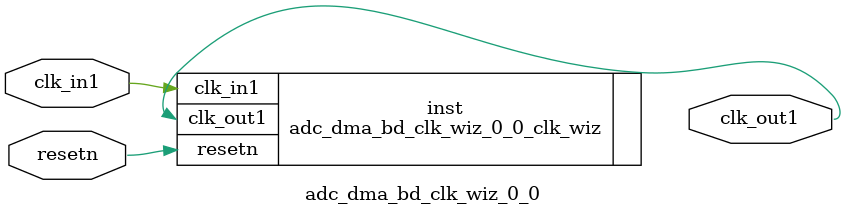
<source format=v>


`timescale 1ps/1ps

(* CORE_GENERATION_INFO = "adc_dma_bd_clk_wiz_0_0,clk_wiz_v6_0_12_0_0,{component_name=adc_dma_bd_clk_wiz_0_0,use_phase_alignment=true,use_min_o_jitter=false,use_max_i_jitter=false,use_dyn_phase_shift=false,use_inclk_switchover=false,use_dyn_reconfig=false,enable_axi=0,feedback_source=FDBK_AUTO,PRIMITIVE=MMCM,num_out_clk=1,clkin1_period=8.000,clkin2_period=10.000,use_power_down=false,use_reset=true,use_locked=false,use_inclk_stopped=false,feedback_type=SINGLE,CLOCK_MGR_TYPE=NA,manual_override=false}" *)

module adc_dma_bd_clk_wiz_0_0 
 (
  // Clock out ports
  output        clk_out1,
  // Status and control signals
  input         resetn,
 // Clock in ports
  input         clk_in1
 );

  adc_dma_bd_clk_wiz_0_0_clk_wiz inst
  (
  // Clock out ports  
  .clk_out1(clk_out1),
  // Status and control signals               
  .resetn(resetn), 
 // Clock in ports
  .clk_in1(clk_in1)
  );

endmodule

</source>
